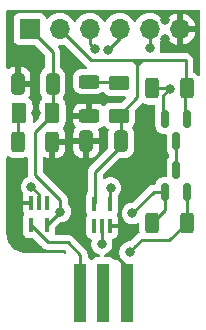
<source format=gbr>
%TF.GenerationSoftware,KiCad,Pcbnew,8.0.6-8.0.6-0~ubuntu22.04.1*%
%TF.CreationDate,2024-11-07T17:30:12-08:00*%
%TF.ProjectId,gbvideo_breakout,67627669-6465-46f5-9f62-7265616b6f75,rev?*%
%TF.SameCoordinates,Original*%
%TF.FileFunction,Copper,L1,Top*%
%TF.FilePolarity,Positive*%
%FSLAX46Y46*%
G04 Gerber Fmt 4.6, Leading zero omitted, Abs format (unit mm)*
G04 Created by KiCad (PCBNEW 8.0.6-8.0.6-0~ubuntu22.04.1) date 2024-11-07 17:30:12*
%MOMM*%
%LPD*%
G01*
G04 APERTURE LIST*
G04 Aperture macros list*
%AMRoundRect*
0 Rectangle with rounded corners*
0 $1 Rounding radius*
0 $2 $3 $4 $5 $6 $7 $8 $9 X,Y pos of 4 corners*
0 Add a 4 corners polygon primitive as box body*
4,1,4,$2,$3,$4,$5,$6,$7,$8,$9,$2,$3,0*
0 Add four circle primitives for the rounded corners*
1,1,$1+$1,$2,$3*
1,1,$1+$1,$4,$5*
1,1,$1+$1,$6,$7*
1,1,$1+$1,$8,$9*
0 Add four rect primitives between the rounded corners*
20,1,$1+$1,$2,$3,$4,$5,0*
20,1,$1+$1,$4,$5,$6,$7,0*
20,1,$1+$1,$6,$7,$8,$9,0*
20,1,$1+$1,$8,$9,$2,$3,0*%
G04 Aperture macros list end*
%TA.AperFunction,SMDPad,CuDef*%
%ADD10R,0.400000X1.200000*%
%TD*%
%TA.AperFunction,ConnectorPad*%
%ADD11R,1.000000X5.000000*%
%TD*%
%TA.AperFunction,SMDPad,CuDef*%
%ADD12RoundRect,0.250000X0.325000X0.650000X-0.325000X0.650000X-0.325000X-0.650000X0.325000X-0.650000X0*%
%TD*%
%TA.AperFunction,SMDPad,CuDef*%
%ADD13RoundRect,0.250000X-0.312500X-0.625000X0.312500X-0.625000X0.312500X0.625000X-0.312500X0.625000X0*%
%TD*%
%TA.AperFunction,SMDPad,CuDef*%
%ADD14RoundRect,0.250000X-0.625000X0.312500X-0.625000X-0.312500X0.625000X-0.312500X0.625000X0.312500X0*%
%TD*%
%TA.AperFunction,SMDPad,CuDef*%
%ADD15RoundRect,0.250000X0.312500X0.625000X-0.312500X0.625000X-0.312500X-0.625000X0.312500X-0.625000X0*%
%TD*%
%TA.AperFunction,SMDPad,CuDef*%
%ADD16RoundRect,0.150000X0.150000X-0.587500X0.150000X0.587500X-0.150000X0.587500X-0.150000X-0.587500X0*%
%TD*%
%TA.AperFunction,SMDPad,CuDef*%
%ADD17RoundRect,0.150000X-0.150000X0.587500X-0.150000X-0.587500X0.150000X-0.587500X0.150000X0.587500X0*%
%TD*%
%TA.AperFunction,SMDPad,CuDef*%
%ADD18RoundRect,0.250000X-0.375000X-0.625000X0.375000X-0.625000X0.375000X0.625000X-0.375000X0.625000X0*%
%TD*%
%TA.AperFunction,SMDPad,CuDef*%
%ADD19RoundRect,0.250000X-0.625000X0.375000X-0.625000X-0.375000X0.625000X-0.375000X0.625000X0.375000X0*%
%TD*%
%TA.AperFunction,ComponentPad*%
%ADD20O,1.700000X1.700000*%
%TD*%
%TA.AperFunction,ComponentPad*%
%ADD21R,1.700000X1.700000*%
%TD*%
%TA.AperFunction,ViaPad*%
%ADD22C,0.800000*%
%TD*%
%TA.AperFunction,Conductor*%
%ADD23C,0.250000*%
%TD*%
G04 APERTURE END LIST*
D10*
%TO.P,U2,1,NC*%
%TO.N,unconnected-(U2-NC-Pad1)*%
X143308000Y-84514000D03*
%TO.P,U2,2,A*%
%TO.N,RX_5V*%
X143958000Y-84514000D03*
%TO.P,U2,3,GND*%
%TO.N,GND*%
X144608000Y-84514000D03*
%TO.P,U2,4,Y*%
%TO.N,RX_3V3*%
X144608000Y-82614000D03*
%TO.P,U2,5,VCC*%
%TO.N,+3.3V*%
X143308000Y-82614000D03*
%TD*%
%TO.P,U1,1,NC*%
%TO.N,unconnected-(U1-NC-Pad1)*%
X139274000Y-82563200D03*
%TO.P,U1,2,A*%
%TO.N,TX_3V3*%
X138624000Y-82563200D03*
%TO.P,U1,3,GND*%
%TO.N,GND*%
X137974000Y-82563200D03*
%TO.P,U1,4,Y*%
%TO.N,TX_5V*%
X137974000Y-84463200D03*
%TO.P,U1,5,VCC*%
%TO.N,+5V*%
X139274000Y-84463200D03*
%TD*%
D11*
%TO.P,GB1,4,SD*%
%TO.N,unconnected-(GB1-SD-Pad4)*%
X144074000Y-90152800D03*
%TO.P,GB1,6,GND*%
%TO.N,GND*%
X146074000Y-90152800D03*
%TO.P,GB1,2,SO*%
%TO.N,TX_5V*%
X142074000Y-90152800D03*
%TD*%
D12*
%TO.P,C2,1*%
%TO.N,+3.3V*%
X145575000Y-77351200D03*
%TO.P,C2,2*%
%TO.N,GND*%
X142625000Y-77351200D03*
%TD*%
%TO.P,C1,1*%
%TO.N,+5V*%
X139783800Y-72474400D03*
%TO.P,C1,2*%
%TO.N,GND*%
X136833800Y-72474400D03*
%TD*%
D13*
%TO.P,R5,2*%
%TO.N,CLK_5V*%
X151127700Y-84231600D03*
%TO.P,R5,1*%
%TO.N,+5V*%
X148202700Y-84231600D03*
%TD*%
D14*
%TO.P,R4,1*%
%TO.N,Net-(LED_3V3-K)*%
X142880800Y-72281900D03*
%TO.P,R4,2*%
%TO.N,GND*%
X142880800Y-75206900D03*
%TD*%
D13*
%TO.P,R3,1*%
%TO.N,Net-(LED_5V1-K)*%
X136846300Y-77402000D03*
%TO.P,R3,2*%
%TO.N,GND*%
X139771300Y-77402000D03*
%TD*%
D15*
%TO.P,R1,2*%
%TO.N,CLK_3V3*%
X148202700Y-72852400D03*
%TO.P,R1,1*%
%TO.N,+3.3V*%
X151127700Y-72852400D03*
%TD*%
D16*
%TO.P,Q2,3,D*%
%TO.N,Net-(Q1-D)*%
X150245200Y-79767700D03*
%TO.P,Q2,2,S*%
%TO.N,CLK_5V*%
X151195200Y-81642700D03*
%TO.P,Q2,1,G*%
%TO.N,+5V*%
X149295200Y-81642700D03*
%TD*%
D17*
%TO.P,Q1,3,D*%
%TO.N,Net-(Q1-D)*%
X150246567Y-77338400D03*
%TO.P,Q1,2,S*%
%TO.N,CLK_3V3*%
X149296567Y-75463400D03*
%TO.P,Q1,1,G*%
%TO.N,+3.3V*%
X151196567Y-75463400D03*
%TD*%
D18*
%TO.P,LED_5V1,1,K*%
%TO.N,Net-(LED_5V1-K)*%
X136959600Y-74963600D03*
%TO.P,LED_5V1,2,A*%
%TO.N,+5V*%
X139759600Y-74963600D03*
%TD*%
D19*
%TO.P,LED_3V3,1,K*%
%TO.N,Net-(LED_3V3-K)*%
X145370000Y-72395200D03*
%TO.P,LED_3V3,2,A*%
%TO.N,+3.3V*%
X145370000Y-75195200D03*
%TD*%
D20*
%TO.P,J1,6,Pin_6*%
%TO.N,GND*%
X150551600Y-67851600D03*
%TO.P,J1,5,Pin_5*%
%TO.N,CLK_3V3*%
X148011600Y-67851600D03*
%TO.P,J1,4,Pin_4*%
%TO.N,RX_3V3*%
X145471600Y-67851600D03*
%TO.P,J1,3,Pin_3*%
%TO.N,TX_3V3*%
X142931600Y-67851600D03*
%TO.P,J1,2,Pin_2*%
%TO.N,+3.3V*%
X140391600Y-67851600D03*
D21*
%TO.P,J1,1,Pin_1*%
%TO.N,+5V*%
X137851600Y-67851600D03*
%TD*%
D22*
%TO.N,GND*%
X141198600Y-71501000D03*
X149275800Y-67056000D03*
X149301200Y-68656200D03*
X136474200Y-81635600D03*
X137718800Y-86258400D03*
X141732000Y-84709000D03*
X148971000Y-78613000D03*
X138404600Y-74904600D03*
X141300200Y-73710800D03*
X136448800Y-70332600D03*
X151790400Y-69621400D03*
X147497800Y-75438000D03*
X147624800Y-77495400D03*
X146278600Y-81584800D03*
X136550400Y-83159600D03*
X136525000Y-84963000D03*
X141706600Y-81254600D03*
X146177000Y-85039200D03*
%TO.N,CLK_5V*%
X146335200Y-86698400D03*
%TO.N,RX_5V*%
X143947600Y-86038000D03*
%TO.N,CLK_3V3*%
X149688000Y-72880800D03*
X148011600Y-69426400D03*
%TO.N,RX_3V3*%
X144703800Y-81280000D03*
X144455600Y-69578800D03*
%TO.N,TX_3V3*%
X137997000Y-81205000D03*
X143388800Y-69545200D03*
%TO.N,+5V*%
X146538400Y-83447200D03*
X140442400Y-83294800D03*
%TD*%
D23*
%TO.N,RX_3V3*%
X144703800Y-81280000D02*
X144608000Y-81375800D01*
X144608000Y-81375800D02*
X144608000Y-82614000D01*
%TO.N,TX_3V3*%
X137997000Y-81205000D02*
X138624000Y-81832000D01*
X138624000Y-81832000D02*
X138624000Y-82563200D01*
X143388800Y-69545200D02*
X142931600Y-69088000D01*
X142931600Y-69088000D02*
X142931600Y-67851600D01*
%TO.N,+3.3V*%
X146944800Y-70493200D02*
X147320000Y-70493200D01*
X147320000Y-70493200D02*
X151059600Y-70493200D01*
X146947200Y-70866000D02*
X147320000Y-70493200D01*
X146944800Y-70866000D02*
X146947200Y-70866000D01*
X146558000Y-70493200D02*
X146944800Y-70493200D01*
X143033200Y-70493200D02*
X146558000Y-70493200D01*
X146944800Y-70493200D02*
X146944800Y-70866000D01*
X146944800Y-70866000D02*
X146944800Y-73620400D01*
X146558000Y-70493200D02*
X146572000Y-70493200D01*
X146572000Y-70493200D02*
X146944800Y-70866000D01*
%TO.N,GND*%
X145008600Y-86207600D02*
X146177000Y-85039200D01*
X145008600Y-86893400D02*
X145008600Y-86207600D01*
X146074000Y-90152800D02*
X146074000Y-87958800D01*
X146074000Y-87958800D02*
X145008600Y-86893400D01*
%TO.N,CLK_5V*%
X151127700Y-84231600D02*
X149659700Y-85699600D01*
X146792400Y-86227200D02*
X146792400Y-86241200D01*
X146792400Y-86241200D02*
X146335200Y-86698400D01*
X149659700Y-85699600D02*
X147320000Y-85699600D01*
X147320000Y-85699600D02*
X146792400Y-86227200D01*
%TO.N,Net-(LED_5V1-K)*%
X136846300Y-77402000D02*
X136846300Y-75076900D01*
X136846300Y-75076900D02*
X136959600Y-74963600D01*
%TO.N,CLK_5V*%
X151195200Y-81642700D02*
X151195200Y-84164100D01*
X151195200Y-84164100D02*
X151127700Y-84231600D01*
%TO.N,Net-(Q1-D)*%
X150245200Y-79767700D02*
X150245200Y-77491300D01*
X150245200Y-77491300D02*
X150070200Y-77316300D01*
%TO.N,CLK_3V3*%
X149120200Y-75441300D02*
X149120200Y-73448600D01*
X149120200Y-73448600D02*
X149688000Y-72880800D01*
%TO.N,Net-(LED_3V3-K)*%
X142880800Y-72281900D02*
X145256700Y-72281900D01*
X145256700Y-72281900D02*
X145370000Y-72395200D01*
%TO.N,GND*%
X144608000Y-84514000D02*
X144608000Y-83966600D01*
%TO.N,TX_5V*%
X141052000Y-85885600D02*
X142118800Y-86952400D01*
X139375600Y-85885600D02*
X141052000Y-85885600D01*
X137974000Y-84463200D02*
X139375600Y-85864800D01*
X142118800Y-86952400D02*
X142118800Y-90108000D01*
X139375600Y-85864800D02*
X139375600Y-85885600D01*
X142118800Y-90108000D02*
X142074000Y-90152800D01*
%TO.N,RX_5V*%
X143958000Y-86027600D02*
X143947600Y-86038000D01*
X143958000Y-84514000D02*
X143958000Y-86027600D01*
%TO.N,CLK_3V3*%
X149688000Y-72880800D02*
X149659600Y-72852400D01*
X149659600Y-72852400D02*
X148202700Y-72852400D01*
X148011600Y-67851600D02*
X148011600Y-69426400D01*
%TO.N,RX_3V3*%
X145471600Y-67851600D02*
X145471600Y-68562800D01*
X145471600Y-68562800D02*
X144455600Y-69578800D01*
%TO.N,+5V*%
X148342900Y-81642700D02*
X146538400Y-83447200D01*
X149295200Y-81642700D02*
X148342900Y-81642700D01*
X148202700Y-84231600D02*
X149295200Y-83139100D01*
X149295200Y-83139100D02*
X149295200Y-81642700D01*
X139759600Y-74963600D02*
X139759600Y-75138400D01*
X139759600Y-75138400D02*
X138308800Y-76589200D01*
X138308800Y-76589200D02*
X138308800Y-80196000D01*
X138308800Y-80196000D02*
X140391600Y-82278800D01*
X140391600Y-82278800D02*
X140442400Y-82278800D01*
X140442400Y-82278800D02*
X140442400Y-83294800D01*
X140442400Y-83294800D02*
X139274000Y-84463200D01*
X139783800Y-72474400D02*
X139783800Y-74939400D01*
X139783800Y-74939400D02*
X139759600Y-74963600D01*
X137851600Y-67851600D02*
X139783800Y-69783800D01*
X139783800Y-69783800D02*
X139783800Y-72474400D01*
%TO.N,+3.3V*%
X145575000Y-77755800D02*
X143388800Y-79942000D01*
X145575000Y-77351200D02*
X145575000Y-77755800D01*
X143388800Y-79942000D02*
X143388800Y-82533200D01*
X143388800Y-82533200D02*
X143308000Y-82614000D01*
X145575000Y-77351200D02*
X145575000Y-75400200D01*
X145575000Y-75400200D02*
X145370000Y-75195200D01*
X146944800Y-73620400D02*
X145370000Y-75195200D01*
X151020200Y-75441300D02*
X151020200Y-72959900D01*
X151020200Y-72959900D02*
X151127700Y-72852400D01*
X140391600Y-67851600D02*
X143033200Y-70493200D01*
X151059600Y-72784300D02*
X151127700Y-72852400D01*
X151059600Y-70493200D02*
X151059600Y-72784300D01*
%TD*%
%TA.AperFunction,Conductor*%
%TO.N,GND*%
G36*
X147457335Y-74094968D02*
G01*
X147479097Y-74105611D01*
X147570859Y-74162210D01*
X147570860Y-74162210D01*
X147570866Y-74162214D01*
X147737403Y-74217399D01*
X147840191Y-74227900D01*
X148370700Y-74227899D01*
X148437739Y-74247583D01*
X148483494Y-74300387D01*
X148494700Y-74351899D01*
X148494700Y-75502908D01*
X148495297Y-75508971D01*
X148494788Y-75509021D01*
X148496067Y-75521992D01*
X148496067Y-76116601D01*
X148498968Y-76153467D01*
X148498969Y-76153473D01*
X148544821Y-76311293D01*
X148544822Y-76311296D01*
X148544823Y-76311298D01*
X148553624Y-76326179D01*
X148628484Y-76452762D01*
X148628490Y-76452770D01*
X148744696Y-76568976D01*
X148744700Y-76568979D01*
X148744702Y-76568981D01*
X148886169Y-76652644D01*
X148927791Y-76664736D01*
X149043993Y-76698497D01*
X149043996Y-76698497D01*
X149043998Y-76698498D01*
X149080873Y-76701400D01*
X149322067Y-76701400D01*
X149389106Y-76721085D01*
X149434861Y-76773889D01*
X149446067Y-76825400D01*
X149446067Y-77235608D01*
X149444789Y-77248581D01*
X149445297Y-77248631D01*
X149444700Y-77254693D01*
X149444700Y-77377909D01*
X149445297Y-77383972D01*
X149444788Y-77384022D01*
X149446067Y-77396993D01*
X149446067Y-77991601D01*
X149448968Y-78028467D01*
X149448969Y-78028473D01*
X149494821Y-78186293D01*
X149494822Y-78186296D01*
X149574209Y-78320534D01*
X149578486Y-78327765D01*
X149578489Y-78327768D01*
X149583377Y-78332656D01*
X149616865Y-78393977D01*
X149619700Y-78420341D01*
X149619700Y-78684391D01*
X149600015Y-78751430D01*
X149583381Y-78772072D01*
X149577123Y-78778329D01*
X149577117Y-78778337D01*
X149493455Y-78919803D01*
X149493454Y-78919806D01*
X149447602Y-79077626D01*
X149447601Y-79077632D01*
X149444700Y-79114498D01*
X149444700Y-80280700D01*
X149425015Y-80347739D01*
X149372211Y-80393494D01*
X149320700Y-80404700D01*
X149079498Y-80404700D01*
X149042632Y-80407601D01*
X149042626Y-80407602D01*
X148884806Y-80453454D01*
X148884803Y-80453455D01*
X148743337Y-80537117D01*
X148743329Y-80537123D01*
X148627123Y-80653329D01*
X148627117Y-80653337D01*
X148543455Y-80794803D01*
X148543454Y-80794806D01*
X148504817Y-80927795D01*
X148467211Y-80986681D01*
X148403738Y-81015887D01*
X148385741Y-81017200D01*
X148281289Y-81017200D01*
X148220871Y-81029218D01*
X148177643Y-81037816D01*
X148160446Y-81041237D01*
X148068040Y-81079514D01*
X148068039Y-81079514D01*
X148046618Y-81088386D01*
X148046616Y-81088387D01*
X147944165Y-81156842D01*
X147944162Y-81156845D01*
X146590629Y-82510381D01*
X146529306Y-82543866D01*
X146502948Y-82546700D01*
X146443754Y-82546700D01*
X146411297Y-82553598D01*
X146258597Y-82586055D01*
X146258592Y-82586057D01*
X146085670Y-82663048D01*
X146085665Y-82663051D01*
X145932529Y-82774311D01*
X145805866Y-82914985D01*
X145711221Y-83078915D01*
X145711218Y-83078922D01*
X145653982Y-83255079D01*
X145652726Y-83258944D01*
X145632940Y-83447200D01*
X145652726Y-83635456D01*
X145652727Y-83635459D01*
X145711218Y-83815477D01*
X145711221Y-83815484D01*
X145805867Y-83979416D01*
X145895489Y-84078951D01*
X145932529Y-84120088D01*
X146085665Y-84231348D01*
X146085670Y-84231351D01*
X146258592Y-84308342D01*
X146258597Y-84308344D01*
X146443754Y-84347700D01*
X146443755Y-84347700D01*
X146633044Y-84347700D01*
X146633046Y-84347700D01*
X146818203Y-84308344D01*
X146965265Y-84242866D01*
X147034513Y-84233582D01*
X147097790Y-84263209D01*
X147135004Y-84322344D01*
X147139700Y-84356146D01*
X147139700Y-84906601D01*
X147139701Y-84906619D01*
X147149003Y-84997670D01*
X147136233Y-85066362D01*
X147088352Y-85117247D01*
X147073098Y-85124832D01*
X147023715Y-85145287D01*
X147023709Y-85145290D01*
X146976470Y-85176856D01*
X146976469Y-85176857D01*
X146921268Y-85213740D01*
X146894594Y-85240415D01*
X146834142Y-85300867D01*
X146373428Y-85761581D01*
X146312105Y-85795066D01*
X146285747Y-85797900D01*
X146240554Y-85797900D01*
X146208097Y-85804798D01*
X146055397Y-85837255D01*
X146055392Y-85837257D01*
X145882470Y-85914248D01*
X145882465Y-85914251D01*
X145729329Y-86025511D01*
X145602666Y-86166185D01*
X145508021Y-86330115D01*
X145508018Y-86330122D01*
X145457025Y-86487064D01*
X145449526Y-86510144D01*
X145429740Y-86698400D01*
X145449526Y-86886656D01*
X145449526Y-86886658D01*
X145449527Y-86886660D01*
X145493646Y-87022447D01*
X145495641Y-87092288D01*
X145459560Y-87152120D01*
X145419049Y-87176946D01*
X145331911Y-87209446D01*
X145331906Y-87209449D01*
X145216812Y-87295609D01*
X145173578Y-87353362D01*
X145117644Y-87395232D01*
X145047952Y-87400216D01*
X144986629Y-87366730D01*
X144975046Y-87353362D01*
X144951805Y-87322317D01*
X144931546Y-87295254D01*
X144931544Y-87295253D01*
X144931544Y-87295252D01*
X144816335Y-87209006D01*
X144816328Y-87209002D01*
X144681482Y-87158708D01*
X144681483Y-87158708D01*
X144621883Y-87152301D01*
X144621881Y-87152300D01*
X144621873Y-87152300D01*
X144621865Y-87152300D01*
X144216175Y-87152300D01*
X144149136Y-87132615D01*
X144103381Y-87079811D01*
X144093437Y-87010653D01*
X144122462Y-86947097D01*
X144181240Y-86909323D01*
X144190370Y-86907015D01*
X144227403Y-86899144D01*
X144400330Y-86822151D01*
X144553471Y-86710888D01*
X144680133Y-86570216D01*
X144774779Y-86406284D01*
X144833274Y-86226256D01*
X144853060Y-86038000D01*
X144833274Y-85849744D01*
X144807225Y-85769576D01*
X144805231Y-85699738D01*
X144841311Y-85639905D01*
X144904012Y-85609076D01*
X144911909Y-85607970D01*
X144915377Y-85607597D01*
X144915379Y-85607596D01*
X145050086Y-85557354D01*
X145050093Y-85557350D01*
X145165187Y-85471190D01*
X145165190Y-85471187D01*
X145251350Y-85356093D01*
X145251354Y-85356086D01*
X145301596Y-85221379D01*
X145301598Y-85221372D01*
X145307999Y-85161844D01*
X145308000Y-85161827D01*
X145308000Y-84714000D01*
X144782500Y-84714000D01*
X144715461Y-84694315D01*
X144669706Y-84641511D01*
X144658500Y-84590001D01*
X144658499Y-84438001D01*
X144678183Y-84370961D01*
X144730987Y-84325206D01*
X144782499Y-84314000D01*
X145308000Y-84314000D01*
X145308000Y-83866172D01*
X145307999Y-83866155D01*
X145301598Y-83806627D01*
X145301596Y-83806620D01*
X145251354Y-83671913D01*
X145251352Y-83671910D01*
X145226512Y-83638728D01*
X145202094Y-83573264D01*
X145216945Y-83504990D01*
X145226505Y-83490114D01*
X145251796Y-83456331D01*
X145302091Y-83321483D01*
X145308500Y-83261873D01*
X145308499Y-82001787D01*
X145328184Y-81934749D01*
X145340340Y-81918826D01*
X145436333Y-81812216D01*
X145530979Y-81648284D01*
X145589474Y-81468256D01*
X145609260Y-81280000D01*
X145589474Y-81091744D01*
X145530979Y-80911716D01*
X145436333Y-80747784D01*
X145309671Y-80607112D01*
X145309670Y-80607111D01*
X145156534Y-80495851D01*
X145156529Y-80495848D01*
X144983607Y-80418857D01*
X144983602Y-80418855D01*
X144824392Y-80385015D01*
X144798446Y-80379500D01*
X144609154Y-80379500D01*
X144583208Y-80385015D01*
X144423997Y-80418855D01*
X144423992Y-80418857D01*
X144251071Y-80495848D01*
X144211185Y-80524827D01*
X144145378Y-80548306D01*
X144077324Y-80532480D01*
X144028630Y-80482374D01*
X144014300Y-80424508D01*
X144014300Y-80252452D01*
X144033985Y-80185413D01*
X144050619Y-80164771D01*
X145427372Y-78788018D01*
X145488695Y-78754533D01*
X145515053Y-78751699D01*
X145950002Y-78751699D01*
X145950008Y-78751699D01*
X145952642Y-78751430D01*
X145967895Y-78749871D01*
X146052797Y-78741199D01*
X146219334Y-78686014D01*
X146368656Y-78593912D01*
X146492712Y-78469856D01*
X146584814Y-78320534D01*
X146639999Y-78153997D01*
X146650500Y-78051209D01*
X146650499Y-76651192D01*
X146639999Y-76548403D01*
X146584814Y-76381866D01*
X146506533Y-76254952D01*
X146488094Y-76187561D01*
X146509017Y-76120898D01*
X146524392Y-76102176D01*
X146552673Y-76073895D01*
X146587712Y-76038856D01*
X146679814Y-75889534D01*
X146734999Y-75722997D01*
X146745500Y-75620209D01*
X146745499Y-74770192D01*
X146745379Y-74769016D01*
X146745425Y-74768763D01*
X146745338Y-74767037D01*
X146745750Y-74767015D01*
X146758149Y-74700323D01*
X146781053Y-74668736D01*
X147326322Y-74123467D01*
X147387643Y-74089984D01*
X147457335Y-74094968D01*
G37*
%TD.AperFunction*%
%TA.AperFunction,Conductor*%
G36*
X140797322Y-69161406D02*
G01*
X140847247Y-69191837D01*
X142634463Y-70979055D01*
X142634468Y-70979059D01*
X142653532Y-70991797D01*
X142698338Y-71045408D01*
X142707047Y-71114733D01*
X142676893Y-71177761D01*
X142617450Y-71214481D01*
X142584643Y-71218900D01*
X142205798Y-71218900D01*
X142205781Y-71218901D01*
X142103003Y-71229400D01*
X142103000Y-71229401D01*
X141936468Y-71284585D01*
X141936463Y-71284587D01*
X141787142Y-71376689D01*
X141663089Y-71500742D01*
X141570987Y-71650063D01*
X141570985Y-71650068D01*
X141549120Y-71716052D01*
X141515801Y-71816603D01*
X141515801Y-71816604D01*
X141515800Y-71816604D01*
X141505300Y-71919383D01*
X141505300Y-72644401D01*
X141505301Y-72644419D01*
X141515800Y-72747196D01*
X141515801Y-72747199D01*
X141570985Y-72913731D01*
X141570986Y-72913734D01*
X141663088Y-73063056D01*
X141787144Y-73187112D01*
X141936466Y-73279214D01*
X142103003Y-73334399D01*
X142205791Y-73344900D01*
X143555808Y-73344899D01*
X143658597Y-73334399D01*
X143825134Y-73279214D01*
X143974456Y-73187112D01*
X143974458Y-73187109D01*
X143974618Y-73187011D01*
X144042010Y-73168570D01*
X144108674Y-73189492D01*
X144145252Y-73227450D01*
X144152285Y-73238853D01*
X144152288Y-73238856D01*
X144276344Y-73362912D01*
X144425666Y-73455014D01*
X144592203Y-73510199D01*
X144694991Y-73520700D01*
X145860547Y-73520699D01*
X145927586Y-73540384D01*
X145973341Y-73593187D01*
X145983285Y-73662346D01*
X145954260Y-73725902D01*
X145948228Y-73732380D01*
X145647227Y-74033381D01*
X145585904Y-74066866D01*
X145559546Y-74069700D01*
X144694998Y-74069700D01*
X144694980Y-74069701D01*
X144592203Y-74080200D01*
X144592200Y-74080201D01*
X144425668Y-74135385D01*
X144425663Y-74135387D01*
X144276345Y-74227487D01*
X144175627Y-74328205D01*
X144114304Y-74361689D01*
X144044612Y-74356705D01*
X144000265Y-74328204D01*
X143974145Y-74302084D01*
X143824924Y-74210043D01*
X143824919Y-74210041D01*
X143658497Y-74154894D01*
X143658490Y-74154893D01*
X143555786Y-74144400D01*
X143130800Y-74144400D01*
X143130800Y-75332900D01*
X143111115Y-75399939D01*
X143058311Y-75445694D01*
X143006800Y-75456900D01*
X141505801Y-75456900D01*
X141505801Y-75569386D01*
X141516294Y-75672097D01*
X141571441Y-75838519D01*
X141571443Y-75838524D01*
X141663482Y-75987742D01*
X141720458Y-76044719D01*
X141753942Y-76106043D01*
X141748957Y-76175734D01*
X141720460Y-76220079D01*
X141707683Y-76232856D01*
X141615643Y-76382075D01*
X141615641Y-76382080D01*
X141560494Y-76548502D01*
X141560493Y-76548509D01*
X141550000Y-76651213D01*
X141550000Y-77101200D01*
X143699999Y-77101200D01*
X143699999Y-76651228D01*
X143699998Y-76651213D01*
X143689506Y-76548504D01*
X143638972Y-76396007D01*
X143636570Y-76326179D01*
X143672301Y-76266136D01*
X143717674Y-76239296D01*
X143824919Y-76203758D01*
X143824924Y-76203756D01*
X143974144Y-76111715D01*
X144011964Y-76073896D01*
X144073286Y-76040410D01*
X144142978Y-76045394D01*
X144187327Y-76073895D01*
X144276344Y-76162912D01*
X144425666Y-76255014D01*
X144471553Y-76270219D01*
X144528996Y-76309989D01*
X144555820Y-76374505D01*
X144550254Y-76426928D01*
X144510001Y-76548403D01*
X144510000Y-76548404D01*
X144499500Y-76651183D01*
X144499500Y-77895346D01*
X144479815Y-77962385D01*
X144463181Y-77983027D01*
X142990069Y-79456140D01*
X142902944Y-79543264D01*
X142902938Y-79543272D01*
X142834490Y-79645708D01*
X142834488Y-79645713D01*
X142807801Y-79710143D01*
X142787338Y-79759544D01*
X142787335Y-79759556D01*
X142763300Y-79880389D01*
X142763300Y-81598022D01*
X142743615Y-81665061D01*
X142738567Y-81672333D01*
X142664204Y-81771669D01*
X142664202Y-81771671D01*
X142613908Y-81906517D01*
X142607501Y-81966116D01*
X142607500Y-81966135D01*
X142607500Y-83261870D01*
X142607501Y-83261876D01*
X142613908Y-83321483D01*
X142664202Y-83456328D01*
X142664203Y-83456330D01*
X142689176Y-83489690D01*
X142713592Y-83555155D01*
X142698740Y-83623428D01*
X142689176Y-83638310D01*
X142664203Y-83671669D01*
X142664202Y-83671671D01*
X142613908Y-83806517D01*
X142607501Y-83866116D01*
X142607500Y-83866135D01*
X142607500Y-85161870D01*
X142607501Y-85161876D01*
X142613908Y-85221483D01*
X142664202Y-85356328D01*
X142664206Y-85356335D01*
X142750452Y-85471544D01*
X142750455Y-85471547D01*
X142865664Y-85557793D01*
X142865671Y-85557797D01*
X143007785Y-85610802D01*
X143007235Y-85612274D01*
X143060157Y-85642403D01*
X143092549Y-85704311D01*
X143088865Y-85766833D01*
X143065983Y-85837257D01*
X143061926Y-85849744D01*
X143042140Y-86038000D01*
X143061926Y-86226256D01*
X143061927Y-86226259D01*
X143120418Y-86406277D01*
X143120421Y-86406284D01*
X143215067Y-86570216D01*
X143299277Y-86663740D01*
X143341729Y-86710888D01*
X143494865Y-86822148D01*
X143494870Y-86822151D01*
X143667792Y-86899142D01*
X143667793Y-86899142D01*
X143667797Y-86899144D01*
X143704808Y-86907011D01*
X143766287Y-86940201D01*
X143800065Y-87001363D01*
X143795414Y-87071078D01*
X143753810Y-87127211D01*
X143688463Y-87151940D01*
X143679027Y-87152300D01*
X143526130Y-87152300D01*
X143526123Y-87152301D01*
X143466516Y-87158708D01*
X143331671Y-87209002D01*
X143331664Y-87209006D01*
X143216455Y-87295252D01*
X143173266Y-87352945D01*
X143117332Y-87394815D01*
X143047640Y-87399799D01*
X142986317Y-87366313D01*
X142974734Y-87352945D01*
X142951805Y-87322317D01*
X142931546Y-87295254D01*
X142931544Y-87295253D01*
X142931544Y-87295252D01*
X142816330Y-87209002D01*
X142808872Y-87204930D01*
X142759467Y-87155525D01*
X142744300Y-87096099D01*
X142744300Y-86890793D01*
X142744299Y-86890789D01*
X142734370Y-86840873D01*
X142720263Y-86769948D01*
X142696698Y-86713057D01*
X142693669Y-86705745D01*
X142673114Y-86656119D01*
X142673113Y-86656117D01*
X142673112Y-86656114D01*
X142623530Y-86581911D01*
X142604658Y-86553667D01*
X142604655Y-86553663D01*
X142514437Y-86463445D01*
X142514406Y-86463416D01*
X141542198Y-85491208D01*
X141542178Y-85491186D01*
X141450735Y-85399743D01*
X141422341Y-85380771D01*
X141394450Y-85362135D01*
X141394451Y-85362135D01*
X141394449Y-85362133D01*
X141348290Y-85331290D01*
X141348286Y-85331288D01*
X141333723Y-85325256D01*
X141267792Y-85297947D01*
X141257817Y-85293815D01*
X141234453Y-85284137D01*
X141224427Y-85282143D01*
X141174029Y-85272118D01*
X141113610Y-85260100D01*
X141113607Y-85260100D01*
X141113606Y-85260100D01*
X140096523Y-85260100D01*
X140029484Y-85240415D01*
X139983729Y-85187611D01*
X139973234Y-85122844D01*
X139974500Y-85111073D01*
X139974499Y-84698650D01*
X139994183Y-84631612D01*
X140010813Y-84610975D01*
X140390171Y-84231619D01*
X140451494Y-84198134D01*
X140477852Y-84195300D01*
X140537044Y-84195300D01*
X140537046Y-84195300D01*
X140722203Y-84155944D01*
X140895130Y-84078951D01*
X141048271Y-83967688D01*
X141174933Y-83827016D01*
X141269579Y-83663084D01*
X141328074Y-83483056D01*
X141347860Y-83294800D01*
X141328074Y-83106544D01*
X141269579Y-82926516D01*
X141174933Y-82762584D01*
X141124200Y-82706239D01*
X141099750Y-82679084D01*
X141069520Y-82616092D01*
X141067900Y-82596112D01*
X141067900Y-82217193D01*
X141067899Y-82217189D01*
X141043864Y-82096355D01*
X141043863Y-82096348D01*
X140996711Y-81982514D01*
X140996710Y-81982513D01*
X140996707Y-81982507D01*
X140928258Y-81880067D01*
X140928255Y-81880063D01*
X140841136Y-81792944D01*
X140841128Y-81792938D01*
X140738689Y-81724490D01*
X140738684Y-81724488D01*
X140732777Y-81722041D01*
X140692553Y-81695163D01*
X138970619Y-79973229D01*
X138937134Y-79911906D01*
X138934300Y-79885548D01*
X138934300Y-78806854D01*
X138953985Y-78739815D01*
X139006789Y-78694060D01*
X139075947Y-78684116D01*
X139123398Y-78701316D01*
X139139673Y-78711355D01*
X139139680Y-78711358D01*
X139306102Y-78766505D01*
X139306109Y-78766506D01*
X139408819Y-78776999D01*
X139521299Y-78776999D01*
X140021300Y-78776999D01*
X140133772Y-78776999D01*
X140133786Y-78776998D01*
X140236497Y-78766505D01*
X140402919Y-78711358D01*
X140402924Y-78711356D01*
X140552145Y-78619315D01*
X140676115Y-78495345D01*
X140768156Y-78346124D01*
X140768158Y-78346119D01*
X140823305Y-78179697D01*
X140823306Y-78179690D01*
X140833799Y-78076986D01*
X140833800Y-78076973D01*
X140833800Y-78051186D01*
X141550001Y-78051186D01*
X141560494Y-78153897D01*
X141615641Y-78320319D01*
X141615643Y-78320324D01*
X141707684Y-78469545D01*
X141831654Y-78593515D01*
X141980875Y-78685556D01*
X141980880Y-78685558D01*
X142147302Y-78740705D01*
X142147309Y-78740706D01*
X142250019Y-78751199D01*
X142374999Y-78751199D01*
X142875000Y-78751199D01*
X142999972Y-78751199D01*
X142999986Y-78751198D01*
X143102697Y-78740705D01*
X143269119Y-78685558D01*
X143269124Y-78685556D01*
X143418345Y-78593515D01*
X143542315Y-78469545D01*
X143634356Y-78320324D01*
X143634358Y-78320319D01*
X143689505Y-78153897D01*
X143689506Y-78153890D01*
X143699999Y-78051186D01*
X143700000Y-78051173D01*
X143700000Y-77601200D01*
X142875000Y-77601200D01*
X142875000Y-78751199D01*
X142374999Y-78751199D01*
X142375000Y-78751198D01*
X142375000Y-77601200D01*
X141550001Y-77601200D01*
X141550001Y-78051186D01*
X140833800Y-78051186D01*
X140833800Y-77652000D01*
X140021300Y-77652000D01*
X140021300Y-78776999D01*
X139521299Y-78776999D01*
X139521300Y-78776998D01*
X139521300Y-77276000D01*
X139540985Y-77208961D01*
X139593789Y-77163206D01*
X139645300Y-77152000D01*
X140833799Y-77152000D01*
X140833799Y-76727028D01*
X140833798Y-76727013D01*
X140823305Y-76624302D01*
X140768158Y-76457880D01*
X140768156Y-76457875D01*
X140676115Y-76308654D01*
X140663695Y-76296234D01*
X140630210Y-76234911D01*
X140635194Y-76165219D01*
X140663691Y-76120876D01*
X140727312Y-76057256D01*
X140819414Y-75907934D01*
X140874599Y-75741397D01*
X140885100Y-75638609D01*
X140885099Y-74844413D01*
X141505800Y-74844413D01*
X141505800Y-74956900D01*
X142630800Y-74956900D01*
X142630800Y-74144400D01*
X142205828Y-74144400D01*
X142205812Y-74144401D01*
X142103102Y-74154894D01*
X141936680Y-74210041D01*
X141936675Y-74210043D01*
X141787454Y-74302084D01*
X141663484Y-74426054D01*
X141571443Y-74575275D01*
X141571441Y-74575280D01*
X141516294Y-74741702D01*
X141516293Y-74741709D01*
X141505800Y-74844413D01*
X140885099Y-74844413D01*
X140885099Y-74288592D01*
X140879707Y-74235812D01*
X140874599Y-74185803D01*
X140874598Y-74185800D01*
X140855435Y-74127970D01*
X140819414Y-74019266D01*
X140727312Y-73869944D01*
X140663649Y-73806281D01*
X140630164Y-73744958D01*
X140635148Y-73675266D01*
X140663649Y-73630919D01*
X140669997Y-73624571D01*
X140701512Y-73593056D01*
X140793614Y-73443734D01*
X140848799Y-73277197D01*
X140859300Y-73174409D01*
X140859299Y-71774392D01*
X140848799Y-71671603D01*
X140793614Y-71505066D01*
X140701512Y-71355744D01*
X140577456Y-71231688D01*
X140468202Y-71164300D01*
X140421479Y-71112353D01*
X140409300Y-71058762D01*
X140409300Y-69722198D01*
X140409300Y-69722194D01*
X140407685Y-69714077D01*
X140407685Y-69714072D01*
X140407684Y-69714073D01*
X140407684Y-69714072D01*
X140385263Y-69601348D01*
X140338111Y-69487514D01*
X140297276Y-69426400D01*
X140279526Y-69399836D01*
X140258650Y-69333160D01*
X140277135Y-69265780D01*
X140329114Y-69219090D01*
X140386186Y-69208742D01*
X140386186Y-69207259D01*
X140391601Y-69207259D01*
X140450566Y-69202100D01*
X140627008Y-69186663D01*
X140727473Y-69159743D01*
X140797322Y-69161406D01*
G37*
%TD.AperFunction*%
%TA.AperFunction,Conductor*%
G36*
X136065099Y-78619683D02*
G01*
X136065140Y-78619708D01*
X136065144Y-78619712D01*
X136214466Y-78711814D01*
X136381003Y-78766999D01*
X136483791Y-78777500D01*
X137208808Y-78777499D01*
X137208816Y-78777498D01*
X137208819Y-78777498D01*
X137265102Y-78771748D01*
X137311597Y-78766999D01*
X137478134Y-78711814D01*
X137494204Y-78701901D01*
X137561595Y-78683462D01*
X137628259Y-78704384D01*
X137673029Y-78758026D01*
X137683300Y-78807441D01*
X137683300Y-80257608D01*
X137683897Y-80263671D01*
X137681569Y-80263900D01*
X137676244Y-80323165D01*
X137633360Y-80378327D01*
X137611307Y-80391001D01*
X137544269Y-80420848D01*
X137391129Y-80532111D01*
X137264466Y-80672785D01*
X137169821Y-80836715D01*
X137169818Y-80836722D01*
X137120176Y-80989506D01*
X137111326Y-81016744D01*
X137091540Y-81205000D01*
X137111326Y-81393256D01*
X137111327Y-81393259D01*
X137169818Y-81573277D01*
X137169821Y-81573284D01*
X137264467Y-81737216D01*
X137265103Y-81738092D01*
X137265314Y-81738683D01*
X137267716Y-81742844D01*
X137266955Y-81743283D01*
X137288582Y-81803899D01*
X137281891Y-81848200D01*
X137282187Y-81848270D01*
X137281337Y-81851865D01*
X137280970Y-81854299D01*
X137280403Y-81855816D01*
X137280401Y-81855827D01*
X137274000Y-81915355D01*
X137274000Y-82363200D01*
X137799500Y-82363200D01*
X137866539Y-82382885D01*
X137912294Y-82435689D01*
X137923500Y-82487199D01*
X137923500Y-82639200D01*
X137903817Y-82706239D01*
X137851013Y-82751994D01*
X137799501Y-82763200D01*
X137274000Y-82763200D01*
X137274000Y-83211044D01*
X137280401Y-83270572D01*
X137280403Y-83270579D01*
X137330645Y-83405286D01*
X137330646Y-83405288D01*
X137355488Y-83438473D01*
X137379904Y-83503938D01*
X137365052Y-83572211D01*
X137355488Y-83587092D01*
X137330205Y-83620865D01*
X137330202Y-83620871D01*
X137279908Y-83755717D01*
X137273501Y-83815316D01*
X137273500Y-83815335D01*
X137273500Y-85111070D01*
X137273501Y-85111076D01*
X137279908Y-85170683D01*
X137330202Y-85305528D01*
X137330206Y-85305535D01*
X137416452Y-85420744D01*
X137416455Y-85420747D01*
X137531664Y-85506993D01*
X137531671Y-85506997D01*
X137576618Y-85523761D01*
X137666517Y-85557291D01*
X137726127Y-85563700D01*
X138138546Y-85563699D01*
X138205585Y-85583383D01*
X138226227Y-85600018D01*
X138839220Y-86213011D01*
X138854641Y-86231801D01*
X138889741Y-86284333D01*
X138976863Y-86371455D01*
X138976867Y-86371458D01*
X139079307Y-86439907D01*
X139079313Y-86439910D01*
X139079314Y-86439911D01*
X139193148Y-86487063D01*
X139309168Y-86510140D01*
X139313989Y-86511099D01*
X139313993Y-86511100D01*
X139313994Y-86511100D01*
X139437206Y-86511100D01*
X140741548Y-86511100D01*
X140808587Y-86530785D01*
X140829229Y-86547419D01*
X140926232Y-86644422D01*
X140959717Y-86705745D01*
X140954733Y-86775437D01*
X140912861Y-86831370D01*
X140847397Y-86855787D01*
X140813755Y-86852024D01*
X140813472Y-86853451D01*
X140652845Y-86821500D01*
X140652842Y-86821500D01*
X140613562Y-86821500D01*
X137578796Y-86821500D01*
X137569948Y-86821184D01*
X137538877Y-86818961D01*
X137341312Y-86804825D01*
X137323800Y-86802306D01*
X137104171Y-86754521D01*
X137087194Y-86749536D01*
X136876592Y-86670974D01*
X136860498Y-86663623D01*
X136663223Y-86555889D01*
X136648339Y-86546322D01*
X136601294Y-86511100D01*
X136468411Y-86411611D01*
X136455040Y-86400024D01*
X136296106Y-86241067D01*
X136284521Y-86227694D01*
X136278526Y-86219684D01*
X136149834Y-86047741D01*
X136140276Y-86032866D01*
X136032565Y-85835564D01*
X136025220Y-85819474D01*
X135946691Y-85608862D01*
X135941708Y-85591885D01*
X135934296Y-85557793D01*
X135893954Y-85372240D01*
X135891439Y-85354733D01*
X135890435Y-85340670D01*
X135875171Y-85126892D01*
X135874857Y-85118083D01*
X135876002Y-78725199D01*
X135895699Y-78658164D01*
X135948511Y-78612418D01*
X136017671Y-78602487D01*
X136065099Y-78619683D01*
G37*
%TD.AperFunction*%
%TA.AperFunction,Conductor*%
G36*
X152220263Y-66207785D02*
G01*
X152266018Y-66260589D01*
X152277223Y-66312121D01*
X152277158Y-66677999D01*
X152276256Y-71716052D01*
X152256559Y-71783088D01*
X152203747Y-71828834D01*
X152134587Y-71838765D01*
X152071036Y-71809728D01*
X152046717Y-71781126D01*
X152042576Y-71774413D01*
X152032912Y-71758744D01*
X151908856Y-71634688D01*
X151759534Y-71542586D01*
X151759526Y-71542581D01*
X151756694Y-71541261D01*
X151755077Y-71539837D01*
X151753387Y-71538795D01*
X151753565Y-71538506D01*
X151704255Y-71495088D01*
X151685100Y-71428880D01*
X151685100Y-70431593D01*
X151685099Y-70431589D01*
X151661064Y-70310755D01*
X151661063Y-70310748D01*
X151613911Y-70196914D01*
X151613910Y-70196913D01*
X151613907Y-70196907D01*
X151545458Y-70094467D01*
X151545455Y-70094463D01*
X151458336Y-70007344D01*
X151458332Y-70007341D01*
X151355892Y-69938892D01*
X151355883Y-69938887D01*
X151242054Y-69891738D01*
X151242055Y-69891738D01*
X151242052Y-69891737D01*
X151242048Y-69891736D01*
X151242044Y-69891735D01*
X151121210Y-69867700D01*
X151121206Y-69867700D01*
X148985726Y-69867700D01*
X148918687Y-69848015D01*
X148872932Y-69795211D01*
X148862988Y-69726053D01*
X148867795Y-69705382D01*
X148897274Y-69614656D01*
X148917060Y-69426400D01*
X148897274Y-69238144D01*
X148838779Y-69058116D01*
X148838776Y-69058110D01*
X148836138Y-69052186D01*
X148837467Y-69051593D01*
X148822768Y-68991031D01*
X148845613Y-68925002D01*
X148875506Y-68895342D01*
X148883001Y-68890095D01*
X149050095Y-68723001D01*
X149180330Y-68537005D01*
X149234907Y-68493381D01*
X149304405Y-68486187D01*
X149366760Y-68517710D01*
X149383479Y-68537005D01*
X149513490Y-68722678D01*
X149680517Y-68889705D01*
X149874021Y-69025200D01*
X150088107Y-69125029D01*
X150088116Y-69125033D01*
X150301600Y-69182234D01*
X150301600Y-68284612D01*
X150358607Y-68317525D01*
X150485774Y-68351600D01*
X150617426Y-68351600D01*
X150744593Y-68317525D01*
X150801600Y-68284612D01*
X150801600Y-69182233D01*
X151015083Y-69125033D01*
X151015092Y-69125029D01*
X151229178Y-69025200D01*
X151422682Y-68889705D01*
X151589705Y-68722682D01*
X151725200Y-68529178D01*
X151825029Y-68315092D01*
X151825032Y-68315086D01*
X151882236Y-68101600D01*
X150984612Y-68101600D01*
X151017525Y-68044593D01*
X151051600Y-67917426D01*
X151051600Y-67785774D01*
X151017525Y-67658607D01*
X150984612Y-67601600D01*
X151882236Y-67601600D01*
X151882235Y-67601599D01*
X151825032Y-67388113D01*
X151825029Y-67388107D01*
X151725200Y-67174022D01*
X151725199Y-67174020D01*
X151589713Y-66980526D01*
X151589708Y-66980520D01*
X151422682Y-66813494D01*
X151229178Y-66677999D01*
X151015092Y-66578170D01*
X151015086Y-66578167D01*
X150801600Y-66520964D01*
X150801600Y-67418588D01*
X150744593Y-67385675D01*
X150617426Y-67351600D01*
X150485774Y-67351600D01*
X150358607Y-67385675D01*
X150301600Y-67418588D01*
X150301600Y-66520964D01*
X150301599Y-66520964D01*
X150088113Y-66578167D01*
X150088107Y-66578170D01*
X149874022Y-66677999D01*
X149874020Y-66678000D01*
X149680526Y-66813486D01*
X149680520Y-66813491D01*
X149513491Y-66980520D01*
X149513490Y-66980522D01*
X149383480Y-67166195D01*
X149328903Y-67209819D01*
X149259404Y-67217012D01*
X149197050Y-67185490D01*
X149180330Y-67166194D01*
X149050094Y-66980197D01*
X148883002Y-66813106D01*
X148882995Y-66813101D01*
X148689434Y-66677567D01*
X148689430Y-66677565D01*
X148689428Y-66677564D01*
X148475263Y-66577697D01*
X148475259Y-66577696D01*
X148475255Y-66577694D01*
X148247013Y-66516538D01*
X148247003Y-66516536D01*
X148011601Y-66495941D01*
X148011599Y-66495941D01*
X147776196Y-66516536D01*
X147776186Y-66516538D01*
X147547944Y-66577694D01*
X147547935Y-66577698D01*
X147333771Y-66677564D01*
X147333769Y-66677565D01*
X147140197Y-66813105D01*
X146973105Y-66980197D01*
X146843175Y-67165758D01*
X146788598Y-67209383D01*
X146719100Y-67216577D01*
X146656745Y-67185054D01*
X146640025Y-67165758D01*
X146510094Y-66980197D01*
X146343002Y-66813106D01*
X146342995Y-66813101D01*
X146149434Y-66677567D01*
X146149430Y-66677565D01*
X146149428Y-66677564D01*
X145935263Y-66577697D01*
X145935259Y-66577696D01*
X145935255Y-66577694D01*
X145707013Y-66516538D01*
X145707003Y-66516536D01*
X145471601Y-66495941D01*
X145471599Y-66495941D01*
X145236196Y-66516536D01*
X145236186Y-66516538D01*
X145007944Y-66577694D01*
X145007935Y-66577698D01*
X144793771Y-66677564D01*
X144793769Y-66677565D01*
X144600197Y-66813105D01*
X144433105Y-66980197D01*
X144303175Y-67165758D01*
X144248598Y-67209383D01*
X144179100Y-67216577D01*
X144116745Y-67185054D01*
X144100025Y-67165758D01*
X143970094Y-66980197D01*
X143803002Y-66813106D01*
X143802995Y-66813101D01*
X143609434Y-66677567D01*
X143609430Y-66677565D01*
X143609428Y-66677564D01*
X143395263Y-66577697D01*
X143395259Y-66577696D01*
X143395255Y-66577694D01*
X143167013Y-66516538D01*
X143167003Y-66516536D01*
X142931601Y-66495941D01*
X142931599Y-66495941D01*
X142696196Y-66516536D01*
X142696186Y-66516538D01*
X142467944Y-66577694D01*
X142467935Y-66577698D01*
X142253771Y-66677564D01*
X142253769Y-66677565D01*
X142060197Y-66813105D01*
X141893105Y-66980197D01*
X141763175Y-67165758D01*
X141708598Y-67209383D01*
X141639100Y-67216577D01*
X141576745Y-67185054D01*
X141560025Y-67165758D01*
X141430094Y-66980197D01*
X141263002Y-66813106D01*
X141262995Y-66813101D01*
X141069434Y-66677567D01*
X141069430Y-66677565D01*
X141069428Y-66677564D01*
X140855263Y-66577697D01*
X140855259Y-66577696D01*
X140855255Y-66577694D01*
X140627013Y-66516538D01*
X140627003Y-66516536D01*
X140391601Y-66495941D01*
X140391599Y-66495941D01*
X140156196Y-66516536D01*
X140156186Y-66516538D01*
X139927944Y-66577694D01*
X139927935Y-66577698D01*
X139713771Y-66677564D01*
X139713769Y-66677565D01*
X139520200Y-66813103D01*
X139398273Y-66935030D01*
X139336950Y-66968514D01*
X139267258Y-66963530D01*
X139211325Y-66921658D01*
X139194410Y-66890681D01*
X139145397Y-66759271D01*
X139145393Y-66759264D01*
X139059147Y-66644055D01*
X139059144Y-66644052D01*
X138943935Y-66557806D01*
X138943928Y-66557802D01*
X138809082Y-66507508D01*
X138809083Y-66507508D01*
X138749483Y-66501101D01*
X138749481Y-66501100D01*
X138749473Y-66501100D01*
X138749464Y-66501100D01*
X136953729Y-66501100D01*
X136953723Y-66501101D01*
X136894116Y-66507508D01*
X136759271Y-66557802D01*
X136759264Y-66557806D01*
X136644055Y-66644052D01*
X136644052Y-66644055D01*
X136557806Y-66759264D01*
X136557802Y-66759271D01*
X136507508Y-66894117D01*
X136501101Y-66953716D01*
X136501100Y-66953735D01*
X136501100Y-68749470D01*
X136501101Y-68749476D01*
X136507508Y-68809083D01*
X136557802Y-68943928D01*
X136557806Y-68943935D01*
X136644052Y-69059144D01*
X136644055Y-69059147D01*
X136759264Y-69145393D01*
X136759271Y-69145397D01*
X136894117Y-69195691D01*
X136894116Y-69195691D01*
X136901044Y-69196435D01*
X136953727Y-69202100D01*
X138266146Y-69202099D01*
X138333185Y-69221784D01*
X138353827Y-69238418D01*
X139121981Y-70006571D01*
X139155466Y-70067894D01*
X139158300Y-70094252D01*
X139158300Y-71058762D01*
X139138615Y-71125801D01*
X139099398Y-71164299D01*
X139055804Y-71191189D01*
X138990142Y-71231689D01*
X138866089Y-71355742D01*
X138773987Y-71505063D01*
X138773985Y-71505068D01*
X138762905Y-71538506D01*
X138718801Y-71671603D01*
X138718801Y-71671604D01*
X138718800Y-71671604D01*
X138708300Y-71774383D01*
X138708300Y-73174401D01*
X138708301Y-73174418D01*
X138718800Y-73277196D01*
X138718801Y-73277199D01*
X138773985Y-73443731D01*
X138773987Y-73443736D01*
X138866089Y-73593057D01*
X138879751Y-73606719D01*
X138913236Y-73668042D01*
X138908252Y-73737734D01*
X138879751Y-73782081D01*
X138791889Y-73869942D01*
X138699787Y-74019263D01*
X138699785Y-74019268D01*
X138682937Y-74070112D01*
X138644601Y-74185803D01*
X138644601Y-74185804D01*
X138644600Y-74185804D01*
X138634100Y-74288583D01*
X138634100Y-75327947D01*
X138614415Y-75394986D01*
X138597781Y-75415628D01*
X138296780Y-75716628D01*
X138235457Y-75750113D01*
X138165765Y-75745129D01*
X138109832Y-75703257D01*
X138085415Y-75637793D01*
X138085099Y-75628974D01*
X138085099Y-74288592D01*
X138079707Y-74235812D01*
X138074599Y-74185803D01*
X138074598Y-74185800D01*
X138055435Y-74127970D01*
X138019414Y-74019266D01*
X137927312Y-73869944D01*
X137803256Y-73745888D01*
X137803252Y-73745885D01*
X137802597Y-73745481D01*
X137802241Y-73745086D01*
X137797589Y-73741407D01*
X137798217Y-73740612D01*
X137755872Y-73693534D01*
X137744651Y-73624571D01*
X137762156Y-73574846D01*
X137843153Y-73443530D01*
X137843158Y-73443519D01*
X137898305Y-73277097D01*
X137898306Y-73277090D01*
X137908799Y-73174386D01*
X137908800Y-73174373D01*
X137908800Y-72724400D01*
X136707800Y-72724400D01*
X136640761Y-72704715D01*
X136595006Y-72651911D01*
X136583800Y-72600400D01*
X136583800Y-72224400D01*
X137083800Y-72224400D01*
X137908799Y-72224400D01*
X137908799Y-71774428D01*
X137908798Y-71774413D01*
X137898305Y-71671702D01*
X137843158Y-71505280D01*
X137843156Y-71505275D01*
X137751115Y-71356054D01*
X137627145Y-71232084D01*
X137477924Y-71140043D01*
X137477919Y-71140041D01*
X137311497Y-71084894D01*
X137311490Y-71084893D01*
X137208786Y-71074400D01*
X137083800Y-71074400D01*
X137083800Y-72224400D01*
X136583800Y-72224400D01*
X136583800Y-71074400D01*
X136458827Y-71074400D01*
X136458812Y-71074401D01*
X136356102Y-71084894D01*
X136189680Y-71140041D01*
X136189675Y-71140043D01*
X136066461Y-71216043D01*
X135999068Y-71234483D01*
X135932405Y-71213560D01*
X135887635Y-71159918D01*
X135877365Y-71110486D01*
X135878158Y-66677564D01*
X135878224Y-66312078D01*
X135897921Y-66245042D01*
X135950733Y-66199296D01*
X136002224Y-66188100D01*
X152153224Y-66188100D01*
X152220263Y-66207785D01*
G37*
%TD.AperFunction*%
%TD*%
M02*

</source>
